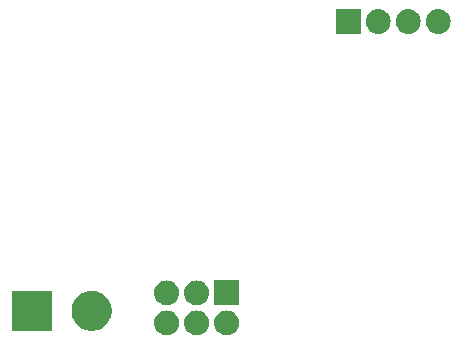
<source format=gbs>
G04 #@! TF.GenerationSoftware,KiCad,Pcbnew,5.0.2-bee76a0~70~ubuntu18.04.1*
G04 #@! TF.CreationDate,2018-12-21T13:57:40+01:00*
G04 #@! TF.ProjectId,8FilPilotes,3846696c-5069-46c6-9f74-65732e6b6963,rev?*
G04 #@! TF.SameCoordinates,Original*
G04 #@! TF.FileFunction,Soldermask,Bot*
G04 #@! TF.FilePolarity,Negative*
%FSLAX46Y46*%
G04 Gerber Fmt 4.6, Leading zero omitted, Abs format (unit mm)*
G04 Created by KiCad (PCBNEW 5.0.2-bee76a0~70~ubuntu18.04.1) date ven. 21 déc. 2018 13:57:40 CET*
%MOMM*%
%LPD*%
G01*
G04 APERTURE LIST*
%ADD10C,0.100000*%
G04 APERTURE END LIST*
D10*
G36*
X161418707Y-107923596D02*
X161495836Y-107931193D01*
X161627787Y-107971220D01*
X161693763Y-107991233D01*
X161876172Y-108088733D01*
X162036054Y-108219946D01*
X162167267Y-108379828D01*
X162264767Y-108562237D01*
X162264767Y-108562238D01*
X162324807Y-108760164D01*
X162345080Y-108966000D01*
X162324807Y-109171836D01*
X162294885Y-109270477D01*
X162264767Y-109369763D01*
X162167267Y-109552172D01*
X162036054Y-109712054D01*
X161876172Y-109843267D01*
X161693763Y-109940767D01*
X161627787Y-109960780D01*
X161495836Y-110000807D01*
X161418707Y-110008404D01*
X161341580Y-110016000D01*
X161238420Y-110016000D01*
X161161293Y-110008404D01*
X161084164Y-110000807D01*
X160952213Y-109960780D01*
X160886237Y-109940767D01*
X160703828Y-109843267D01*
X160543946Y-109712054D01*
X160412733Y-109552172D01*
X160315233Y-109369763D01*
X160285115Y-109270477D01*
X160255193Y-109171836D01*
X160234920Y-108966000D01*
X160255193Y-108760164D01*
X160315233Y-108562238D01*
X160315233Y-108562237D01*
X160412733Y-108379828D01*
X160543946Y-108219946D01*
X160703828Y-108088733D01*
X160886237Y-107991233D01*
X160952213Y-107971220D01*
X161084164Y-107931193D01*
X161161293Y-107923596D01*
X161238420Y-107916000D01*
X161341580Y-107916000D01*
X161418707Y-107923596D01*
X161418707Y-107923596D01*
G37*
G36*
X158878707Y-107923596D02*
X158955836Y-107931193D01*
X159087787Y-107971220D01*
X159153763Y-107991233D01*
X159336172Y-108088733D01*
X159496054Y-108219946D01*
X159627267Y-108379828D01*
X159724767Y-108562237D01*
X159724767Y-108562238D01*
X159784807Y-108760164D01*
X159805080Y-108966000D01*
X159784807Y-109171836D01*
X159754885Y-109270477D01*
X159724767Y-109369763D01*
X159627267Y-109552172D01*
X159496054Y-109712054D01*
X159336172Y-109843267D01*
X159153763Y-109940767D01*
X159087787Y-109960780D01*
X158955836Y-110000807D01*
X158878707Y-110008404D01*
X158801580Y-110016000D01*
X158698420Y-110016000D01*
X158621293Y-110008404D01*
X158544164Y-110000807D01*
X158412213Y-109960780D01*
X158346237Y-109940767D01*
X158163828Y-109843267D01*
X158003946Y-109712054D01*
X157872733Y-109552172D01*
X157775233Y-109369763D01*
X157745115Y-109270477D01*
X157715193Y-109171836D01*
X157694920Y-108966000D01*
X157715193Y-108760164D01*
X157775233Y-108562238D01*
X157775233Y-108562237D01*
X157872733Y-108379828D01*
X158003946Y-108219946D01*
X158163828Y-108088733D01*
X158346237Y-107991233D01*
X158412213Y-107971220D01*
X158544164Y-107931193D01*
X158621293Y-107923596D01*
X158698420Y-107916000D01*
X158801580Y-107916000D01*
X158878707Y-107923596D01*
X158878707Y-107923596D01*
G37*
G36*
X163958707Y-107923596D02*
X164035836Y-107931193D01*
X164167787Y-107971220D01*
X164233763Y-107991233D01*
X164416172Y-108088733D01*
X164576054Y-108219946D01*
X164707267Y-108379828D01*
X164804767Y-108562237D01*
X164804767Y-108562238D01*
X164864807Y-108760164D01*
X164885080Y-108966000D01*
X164864807Y-109171836D01*
X164834885Y-109270477D01*
X164804767Y-109369763D01*
X164707267Y-109552172D01*
X164576054Y-109712054D01*
X164416172Y-109843267D01*
X164233763Y-109940767D01*
X164167787Y-109960780D01*
X164035836Y-110000807D01*
X163958707Y-110008404D01*
X163881580Y-110016000D01*
X163778420Y-110016000D01*
X163701293Y-110008404D01*
X163624164Y-110000807D01*
X163492213Y-109960780D01*
X163426237Y-109940767D01*
X163243828Y-109843267D01*
X163083946Y-109712054D01*
X162952733Y-109552172D01*
X162855233Y-109369763D01*
X162825115Y-109270477D01*
X162795193Y-109171836D01*
X162774920Y-108966000D01*
X162795193Y-108760164D01*
X162855233Y-108562238D01*
X162855233Y-108562237D01*
X162952733Y-108379828D01*
X163083946Y-108219946D01*
X163243828Y-108088733D01*
X163426237Y-107991233D01*
X163492213Y-107971220D01*
X163624164Y-107931193D01*
X163701293Y-107923596D01*
X163778420Y-107916000D01*
X163881580Y-107916000D01*
X163958707Y-107923596D01*
X163958707Y-107923596D01*
G37*
G36*
X152786393Y-106293553D02*
X152895872Y-106315330D01*
X153205252Y-106443479D01*
X153483687Y-106629523D01*
X153720477Y-106866313D01*
X153906521Y-107144748D01*
X154034670Y-107454128D01*
X154056447Y-107563607D01*
X154100000Y-107782563D01*
X154100000Y-108117437D01*
X154056447Y-108336393D01*
X154034670Y-108445872D01*
X153906521Y-108755252D01*
X153720477Y-109033687D01*
X153483687Y-109270477D01*
X153205252Y-109456521D01*
X152895872Y-109584670D01*
X152786393Y-109606447D01*
X152567437Y-109650000D01*
X152232563Y-109650000D01*
X152013607Y-109606447D01*
X151904128Y-109584670D01*
X151594748Y-109456521D01*
X151316313Y-109270477D01*
X151079523Y-109033687D01*
X150893479Y-108755252D01*
X150765330Y-108445872D01*
X150743553Y-108336393D01*
X150700000Y-108117437D01*
X150700000Y-107782563D01*
X150743553Y-107563607D01*
X150765330Y-107454128D01*
X150893479Y-107144748D01*
X151079523Y-106866313D01*
X151316313Y-106629523D01*
X151594748Y-106443479D01*
X151904128Y-106315330D01*
X152013607Y-106293553D01*
X152232563Y-106250000D01*
X152567437Y-106250000D01*
X152786393Y-106293553D01*
X152786393Y-106293553D01*
G37*
G36*
X149020000Y-109650000D02*
X145620000Y-109650000D01*
X145620000Y-106250000D01*
X149020000Y-106250000D01*
X149020000Y-109650000D01*
X149020000Y-109650000D01*
G37*
G36*
X164880000Y-107476000D02*
X162780000Y-107476000D01*
X162780000Y-105376000D01*
X164880000Y-105376000D01*
X164880000Y-107476000D01*
X164880000Y-107476000D01*
G37*
G36*
X158878707Y-105383596D02*
X158955836Y-105391193D01*
X159087787Y-105431220D01*
X159153763Y-105451233D01*
X159336172Y-105548733D01*
X159496054Y-105679946D01*
X159627267Y-105839828D01*
X159724767Y-106022237D01*
X159724767Y-106022238D01*
X159784807Y-106220164D01*
X159805080Y-106426000D01*
X159784807Y-106631836D01*
X159744780Y-106763787D01*
X159724767Y-106829763D01*
X159627267Y-107012172D01*
X159496054Y-107172054D01*
X159336172Y-107303267D01*
X159153763Y-107400767D01*
X159087787Y-107420780D01*
X158955836Y-107460807D01*
X158878707Y-107468403D01*
X158801580Y-107476000D01*
X158698420Y-107476000D01*
X158621293Y-107468403D01*
X158544164Y-107460807D01*
X158412213Y-107420780D01*
X158346237Y-107400767D01*
X158163828Y-107303267D01*
X158003946Y-107172054D01*
X157872733Y-107012172D01*
X157775233Y-106829763D01*
X157755220Y-106763787D01*
X157715193Y-106631836D01*
X157694920Y-106426000D01*
X157715193Y-106220164D01*
X157775233Y-106022238D01*
X157775233Y-106022237D01*
X157872733Y-105839828D01*
X158003946Y-105679946D01*
X158163828Y-105548733D01*
X158346237Y-105451233D01*
X158412213Y-105431220D01*
X158544164Y-105391193D01*
X158621293Y-105383596D01*
X158698420Y-105376000D01*
X158801580Y-105376000D01*
X158878707Y-105383596D01*
X158878707Y-105383596D01*
G37*
G36*
X161418707Y-105383596D02*
X161495836Y-105391193D01*
X161627787Y-105431220D01*
X161693763Y-105451233D01*
X161876172Y-105548733D01*
X162036054Y-105679946D01*
X162167267Y-105839828D01*
X162264767Y-106022237D01*
X162264767Y-106022238D01*
X162324807Y-106220164D01*
X162345080Y-106426000D01*
X162324807Y-106631836D01*
X162284780Y-106763787D01*
X162264767Y-106829763D01*
X162167267Y-107012172D01*
X162036054Y-107172054D01*
X161876172Y-107303267D01*
X161693763Y-107400767D01*
X161627787Y-107420780D01*
X161495836Y-107460807D01*
X161418707Y-107468403D01*
X161341580Y-107476000D01*
X161238420Y-107476000D01*
X161161293Y-107468403D01*
X161084164Y-107460807D01*
X160952213Y-107420780D01*
X160886237Y-107400767D01*
X160703828Y-107303267D01*
X160543946Y-107172054D01*
X160412733Y-107012172D01*
X160315233Y-106829763D01*
X160295220Y-106763787D01*
X160255193Y-106631836D01*
X160234920Y-106426000D01*
X160255193Y-106220164D01*
X160315233Y-106022238D01*
X160315233Y-106022237D01*
X160412733Y-105839828D01*
X160543946Y-105679946D01*
X160703828Y-105548733D01*
X160886237Y-105451233D01*
X160952213Y-105431220D01*
X161084164Y-105391193D01*
X161161293Y-105383596D01*
X161238420Y-105376000D01*
X161341580Y-105376000D01*
X161418707Y-105383596D01*
X161418707Y-105383596D01*
G37*
G36*
X181865707Y-82396596D02*
X181942836Y-82404193D01*
X182074787Y-82444220D01*
X182140763Y-82464233D01*
X182323172Y-82561733D01*
X182483054Y-82692946D01*
X182614267Y-82852828D01*
X182711767Y-83035237D01*
X182711767Y-83035238D01*
X182771807Y-83233164D01*
X182792080Y-83439000D01*
X182771807Y-83644836D01*
X182731780Y-83776787D01*
X182711767Y-83842763D01*
X182614267Y-84025172D01*
X182483054Y-84185054D01*
X182323172Y-84316267D01*
X182140763Y-84413767D01*
X182074787Y-84433780D01*
X181942836Y-84473807D01*
X181865707Y-84481403D01*
X181788580Y-84489000D01*
X181685420Y-84489000D01*
X181608293Y-84481403D01*
X181531164Y-84473807D01*
X181399213Y-84433780D01*
X181333237Y-84413767D01*
X181150828Y-84316267D01*
X180990946Y-84185054D01*
X180859733Y-84025172D01*
X180762233Y-83842763D01*
X180742220Y-83776787D01*
X180702193Y-83644836D01*
X180681920Y-83439000D01*
X180702193Y-83233164D01*
X180762233Y-83035238D01*
X180762233Y-83035237D01*
X180859733Y-82852828D01*
X180990946Y-82692946D01*
X181150828Y-82561733D01*
X181333237Y-82464233D01*
X181399213Y-82444220D01*
X181531164Y-82404193D01*
X181608293Y-82396596D01*
X181685420Y-82389000D01*
X181788580Y-82389000D01*
X181865707Y-82396596D01*
X181865707Y-82396596D01*
G37*
G36*
X179325707Y-82396596D02*
X179402836Y-82404193D01*
X179534787Y-82444220D01*
X179600763Y-82464233D01*
X179783172Y-82561733D01*
X179943054Y-82692946D01*
X180074267Y-82852828D01*
X180171767Y-83035237D01*
X180171767Y-83035238D01*
X180231807Y-83233164D01*
X180252080Y-83439000D01*
X180231807Y-83644836D01*
X180191780Y-83776787D01*
X180171767Y-83842763D01*
X180074267Y-84025172D01*
X179943054Y-84185054D01*
X179783172Y-84316267D01*
X179600763Y-84413767D01*
X179534787Y-84433780D01*
X179402836Y-84473807D01*
X179325707Y-84481403D01*
X179248580Y-84489000D01*
X179145420Y-84489000D01*
X179068293Y-84481403D01*
X178991164Y-84473807D01*
X178859213Y-84433780D01*
X178793237Y-84413767D01*
X178610828Y-84316267D01*
X178450946Y-84185054D01*
X178319733Y-84025172D01*
X178222233Y-83842763D01*
X178202220Y-83776787D01*
X178162193Y-83644836D01*
X178141920Y-83439000D01*
X178162193Y-83233164D01*
X178222233Y-83035238D01*
X178222233Y-83035237D01*
X178319733Y-82852828D01*
X178450946Y-82692946D01*
X178610828Y-82561733D01*
X178793237Y-82464233D01*
X178859213Y-82444220D01*
X178991164Y-82404193D01*
X179068293Y-82396596D01*
X179145420Y-82389000D01*
X179248580Y-82389000D01*
X179325707Y-82396596D01*
X179325707Y-82396596D01*
G37*
G36*
X176785707Y-82396596D02*
X176862836Y-82404193D01*
X176994787Y-82444220D01*
X177060763Y-82464233D01*
X177243172Y-82561733D01*
X177403054Y-82692946D01*
X177534267Y-82852828D01*
X177631767Y-83035237D01*
X177631767Y-83035238D01*
X177691807Y-83233164D01*
X177712080Y-83439000D01*
X177691807Y-83644836D01*
X177651780Y-83776787D01*
X177631767Y-83842763D01*
X177534267Y-84025172D01*
X177403054Y-84185054D01*
X177243172Y-84316267D01*
X177060763Y-84413767D01*
X176994787Y-84433780D01*
X176862836Y-84473807D01*
X176785707Y-84481403D01*
X176708580Y-84489000D01*
X176605420Y-84489000D01*
X176528293Y-84481403D01*
X176451164Y-84473807D01*
X176319213Y-84433780D01*
X176253237Y-84413767D01*
X176070828Y-84316267D01*
X175910946Y-84185054D01*
X175779733Y-84025172D01*
X175682233Y-83842763D01*
X175662220Y-83776787D01*
X175622193Y-83644836D01*
X175601920Y-83439000D01*
X175622193Y-83233164D01*
X175682233Y-83035238D01*
X175682233Y-83035237D01*
X175779733Y-82852828D01*
X175910946Y-82692946D01*
X176070828Y-82561733D01*
X176253237Y-82464233D01*
X176319213Y-82444220D01*
X176451164Y-82404193D01*
X176528293Y-82396596D01*
X176605420Y-82389000D01*
X176708580Y-82389000D01*
X176785707Y-82396596D01*
X176785707Y-82396596D01*
G37*
G36*
X175167000Y-84489000D02*
X173067000Y-84489000D01*
X173067000Y-82389000D01*
X175167000Y-82389000D01*
X175167000Y-84489000D01*
X175167000Y-84489000D01*
G37*
M02*

</source>
